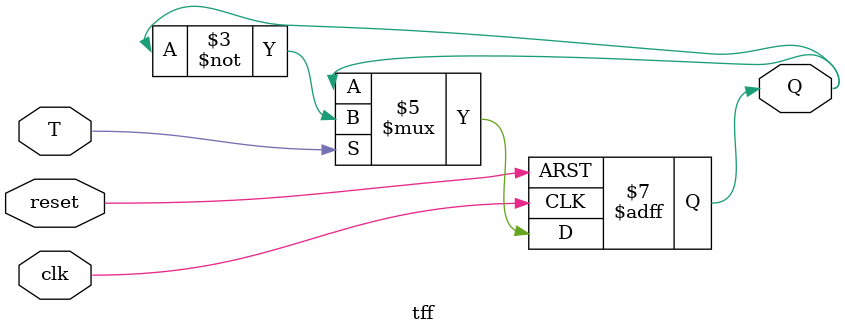
<source format=v>
`timescale 1ns/1ns

module tff(
	input clk,
	input T,
	input reset,
	output reg Q
	);
	
	always @(negedge clk or negedge reset) begin
		if (!reset)
			Q<=1'b0;
		else if(T)
			Q<=~Q;
		else
			Q<=Q;
	end
endmodule
	
		

</source>
